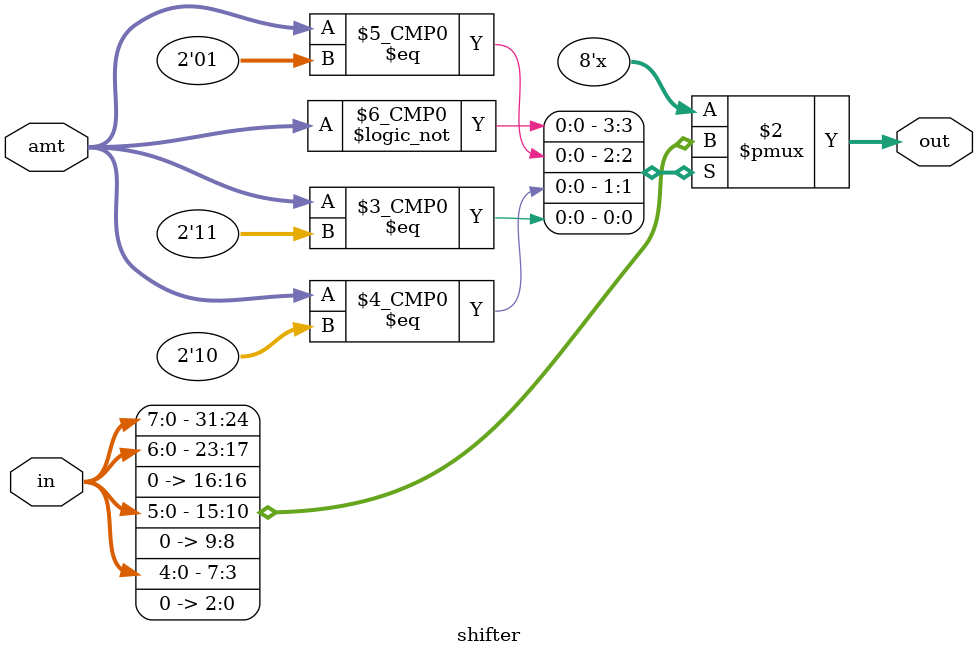
<source format=sv>
module shifter(
	input[7:0] in,
	input[1:0] amt,
	output logic[7:0] out
);

always_comb case(amt)
	2'h0: out = in;
	2'h1: out = {{in[6:0]}, 1'b0};
	2'h2: out = {{in[5:0]}, 1'b0, 1'b0};
	2'h3: out = {{in[4:0]}, 1'b0, 1'b0, 1'b0};
	default: out = in;
endcase

endmodule

</source>
